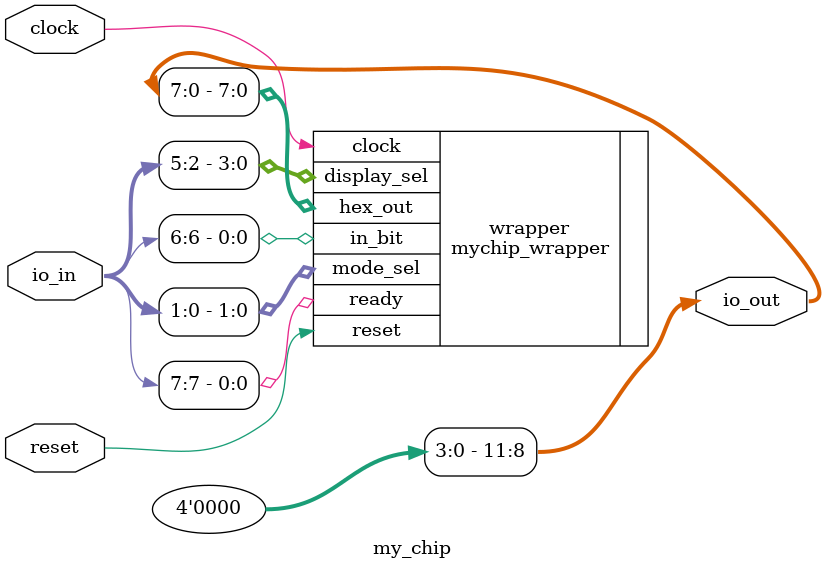
<source format=sv>
`default_nettype none
module my_chip (
    input logic [11:0] io_in, // Inputs to your chip
    output logic [11:0] io_out, // Outputs from your chip
    input logic clock,
    input logic reset // Important: Reset is ACTIVE-HIGH
);
    
    mychip_wrapper wrapper (.mode_sel(io_in[1:0]),.display_sel(io_in[5:2]),.in_bit(io_in[6]),.ready(io_in[7]), .hex_out(io_out[7:0]), .clock(clock), .reset(reset)); 
    assign io_out [11:8] = 4'b0000; 
    
endmodule

</source>
